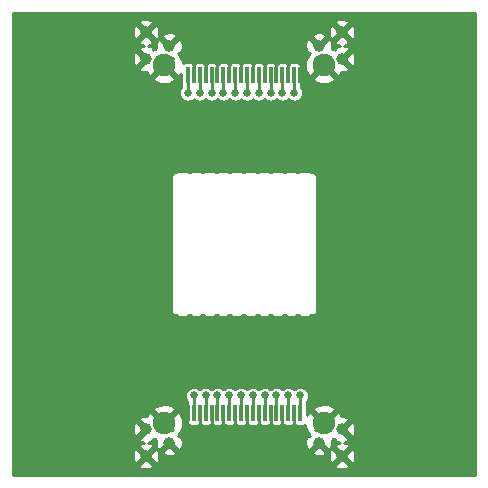
<source format=gbr>
G04 #@! TF.GenerationSoftware,KiCad,Pcbnew,(5.1.5)-3*
G04 #@! TF.CreationDate,2020-01-16T17:02:50-07:00*
G04 #@! TF.ProjectId,Igloo10,49676c6f-6f31-4302-9e6b-696361645f70,rev?*
G04 #@! TF.SameCoordinates,Original*
G04 #@! TF.FileFunction,Copper,L2,Bot*
G04 #@! TF.FilePolarity,Positive*
%FSLAX46Y46*%
G04 Gerber Fmt 4.6, Leading zero omitted, Abs format (unit mm)*
G04 Created by KiCad (PCBNEW (5.1.5)-3) date 2020-01-16 17:02:50*
%MOMM*%
%LPD*%
G04 APERTURE LIST*
%ADD10R,0.300000X1.350000*%
%ADD11R,0.300000X0.850000*%
%ADD12C,1.000000*%
%ADD13C,1.900000*%
%ADD14C,0.711000*%
%ADD15C,3.280000*%
%ADD16C,1.016000*%
%ADD17C,0.635000*%
%ADD18C,0.152400*%
%ADD19C,0.254000*%
G04 APERTURE END LIST*
D10*
X115620000Y-51175000D03*
D11*
X115620000Y-48100000D03*
D10*
X115120000Y-51175000D03*
D11*
X115120000Y-48100000D03*
D10*
X114620000Y-51175000D03*
D11*
X114620000Y-48100000D03*
D10*
X114120000Y-51175000D03*
D11*
X114120000Y-48100000D03*
D10*
X113620000Y-51175000D03*
D11*
X113620000Y-48100000D03*
D10*
X113120000Y-51175000D03*
D11*
X113120000Y-48100000D03*
D10*
X112620000Y-51175000D03*
D11*
X112620000Y-48100000D03*
D10*
X112120000Y-51175000D03*
D11*
X112120000Y-48100000D03*
D10*
X111620000Y-51175000D03*
D11*
X111620000Y-48100000D03*
D10*
X111120000Y-51175000D03*
D11*
X111120000Y-48100000D03*
D12*
X109545000Y-48675000D03*
X122195000Y-48675000D03*
X107570000Y-47550000D03*
X107570000Y-49800000D03*
X124170000Y-47550000D03*
X124170000Y-49800000D03*
D13*
X109120000Y-50350000D03*
X122620000Y-50350000D03*
D10*
X118120000Y-51175000D03*
D11*
X116620000Y-48100000D03*
X117620000Y-48100000D03*
D10*
X117620000Y-51175000D03*
D11*
X118120000Y-48100000D03*
D10*
X118620000Y-51175000D03*
X120120000Y-51175000D03*
D11*
X119620000Y-48100000D03*
D10*
X120620000Y-51175000D03*
D11*
X119120000Y-48100000D03*
D10*
X119120000Y-51175000D03*
X116620000Y-51175000D03*
X119620000Y-51175000D03*
D11*
X116120000Y-48100000D03*
D10*
X116120000Y-51175000D03*
D11*
X118620000Y-48100000D03*
X117120000Y-48100000D03*
D10*
X117120000Y-51175000D03*
D11*
X120120000Y-48100000D03*
X120620000Y-48100000D03*
D10*
X116120000Y-79795000D03*
D11*
X116120000Y-82870000D03*
D10*
X116620000Y-79795000D03*
D11*
X116620000Y-82870000D03*
D10*
X117120000Y-79795000D03*
D11*
X117120000Y-82870000D03*
D10*
X117620000Y-79795000D03*
D11*
X117620000Y-82870000D03*
D10*
X118120000Y-79795000D03*
D11*
X118120000Y-82870000D03*
D10*
X118620000Y-79795000D03*
D11*
X118620000Y-82870000D03*
D10*
X119120000Y-79795000D03*
D11*
X119120000Y-82870000D03*
D10*
X119620000Y-79795000D03*
D11*
X119620000Y-82870000D03*
D10*
X120120000Y-79795000D03*
D11*
X120120000Y-82870000D03*
D10*
X120620000Y-79795000D03*
D11*
X120620000Y-82870000D03*
D12*
X122195000Y-82295000D03*
X109545000Y-82295000D03*
X124170000Y-83420000D03*
X124170000Y-81170000D03*
X107570000Y-83420000D03*
X107570000Y-81170000D03*
D13*
X122620000Y-80620000D03*
X109120000Y-80620000D03*
D10*
X113620000Y-79795000D03*
D11*
X115120000Y-82870000D03*
X114120000Y-82870000D03*
D10*
X114120000Y-79795000D03*
D11*
X113620000Y-82870000D03*
D10*
X113120000Y-79795000D03*
X111620000Y-79795000D03*
D11*
X112120000Y-82870000D03*
D10*
X111120000Y-79795000D03*
D11*
X112620000Y-82870000D03*
D10*
X112620000Y-79795000D03*
X115120000Y-79795000D03*
X112120000Y-79795000D03*
D11*
X115620000Y-82870000D03*
D10*
X115620000Y-79795000D03*
D11*
X113120000Y-82870000D03*
X114620000Y-82870000D03*
D10*
X114620000Y-79795000D03*
D11*
X111620000Y-82870000D03*
X111120000Y-82870000D03*
D14*
X113573400Y-59220000D03*
X115870000Y-71720000D03*
X131110000Y-65470000D03*
X103130000Y-73090000D03*
D15*
X131110000Y-57850000D03*
X131110000Y-73090000D03*
X100630000Y-57850000D03*
D14*
X109155000Y-61470000D03*
X127870000Y-62470000D03*
X123585000Y-75470000D03*
X100630000Y-65470000D03*
X109155000Y-69470000D03*
X103870000Y-68470000D03*
X128610000Y-73130000D03*
X117020000Y-71710400D03*
X98130000Y-57850000D03*
X118173400Y-59220000D03*
X119323400Y-59220000D03*
X122585000Y-61470000D03*
X120473400Y-59220000D03*
X112420000Y-71720000D03*
X111273400Y-59220000D03*
X128610000Y-57830000D03*
D16*
X124585000Y-70470000D03*
D14*
X121620000Y-71710400D03*
X110123400Y-59220000D03*
X114720000Y-71720000D03*
X123585000Y-72470000D03*
X123585000Y-58470000D03*
X110120000Y-71720000D03*
X123585000Y-55470000D03*
X133610000Y-57870000D03*
X108155000Y-58470000D03*
X113570000Y-71720000D03*
X119320000Y-71710400D03*
X114723400Y-59220000D03*
D15*
X100630000Y-73090000D03*
D14*
X103130000Y-57850000D03*
X111270000Y-71720000D03*
X120470000Y-71710400D03*
X115873400Y-59220000D03*
D16*
X100630000Y-61850000D03*
D14*
X122585000Y-69470000D03*
X109155000Y-65560000D03*
X108155000Y-55470000D03*
X122585000Y-65480000D03*
X112423400Y-59220000D03*
X98130000Y-73090000D03*
X117023400Y-59220000D03*
X103870000Y-62470000D03*
X133610000Y-73090000D03*
X121623400Y-59220000D03*
X108155000Y-72470000D03*
X127870000Y-68470000D03*
X108155000Y-75470000D03*
X118170000Y-71720000D03*
D16*
X107155000Y-60470000D03*
X107155000Y-70390000D03*
X124585000Y-60470000D03*
X124585000Y-65470000D03*
X131110000Y-61850000D03*
X131110000Y-53850000D03*
X131110000Y-69090000D03*
X131110000Y-77090000D03*
X100630000Y-69090000D03*
X100630000Y-77090000D03*
X107155000Y-65470000D03*
X100630000Y-53850000D03*
D17*
X115120000Y-52675000D03*
X114120000Y-52675000D03*
X113120000Y-52675000D03*
X112120000Y-52675000D03*
X111120000Y-52675000D03*
X118120000Y-52675000D03*
X120120000Y-52675000D03*
X119120000Y-52675000D03*
X116120000Y-52675000D03*
X117120000Y-52675000D03*
X116620000Y-78295000D03*
X117620000Y-78295000D03*
X118620000Y-78295000D03*
X119620000Y-78295000D03*
X120620000Y-78295000D03*
X113620000Y-78295000D03*
X111620000Y-78295000D03*
X112620000Y-78295000D03*
X115620000Y-78295000D03*
X114620000Y-78295000D03*
D18*
X113120000Y-79795000D02*
X113120000Y-79647000D01*
X115120000Y-79795000D02*
X115120000Y-79661000D01*
D19*
X112120000Y-79795000D02*
X112120000Y-80737000D01*
X113120000Y-79795000D02*
X113120000Y-80724000D01*
X114120000Y-79795000D02*
X114120000Y-80724000D01*
X115120000Y-79795000D02*
X115120000Y-80724000D01*
X116120000Y-79795000D02*
X116120000Y-80737000D01*
X117120000Y-79795000D02*
X117120000Y-80724000D01*
X118120000Y-79795000D02*
X118120000Y-80733000D01*
X119120000Y-79795000D02*
X119120000Y-80734000D01*
X120120000Y-79795000D02*
X120120000Y-80733000D01*
X111620000Y-51175000D02*
X111620000Y-50244000D01*
X112620000Y-51175000D02*
X112620000Y-50248000D01*
X113620000Y-51175000D02*
X113620000Y-50232000D01*
X114620000Y-51175000D02*
X114620000Y-50246000D01*
X115620000Y-51175000D02*
X115620000Y-50236000D01*
X116620000Y-51175000D02*
X116620000Y-50239000D01*
X117620000Y-51175000D02*
X117620000Y-50243000D01*
X118620000Y-51175000D02*
X118620000Y-50248000D01*
X119620000Y-51175000D02*
X119620000Y-50237000D01*
X115120000Y-51175000D02*
X115120000Y-52675000D01*
X114120000Y-51175000D02*
X114120000Y-52675000D01*
X113120000Y-51175000D02*
X113120000Y-52675000D01*
X112120000Y-51175000D02*
X112120000Y-52675000D01*
X111120000Y-51175000D02*
X111120000Y-52675000D01*
X118120000Y-51175000D02*
X118120000Y-52675000D01*
X120120000Y-51175000D02*
X120120000Y-52675000D01*
X119120000Y-51175000D02*
X119120000Y-52675000D01*
X116120000Y-51175000D02*
X116120000Y-52675000D01*
X117120000Y-51175000D02*
X117120000Y-52675000D01*
X116620000Y-79795000D02*
X116620000Y-78295000D01*
X117620000Y-79795000D02*
X117620000Y-78295000D01*
X118620000Y-79795000D02*
X118620000Y-78295000D01*
X119620000Y-79795000D02*
X119620000Y-78295000D01*
X120620000Y-79795000D02*
X120620000Y-78295000D01*
X113620000Y-79795000D02*
X113620000Y-78295000D01*
X111620000Y-79795000D02*
X111620000Y-78295000D01*
X112620000Y-79795000D02*
X112620000Y-78295000D01*
X115620000Y-79795000D02*
X115620000Y-78295000D01*
X114620000Y-79795000D02*
X114620000Y-78295000D01*
G36*
X135418001Y-85018000D02*
G01*
X96322000Y-85018000D01*
X96322000Y-84198166D01*
X106971439Y-84198166D01*
X107006550Y-84411588D01*
X107210826Y-84502458D01*
X107428905Y-84551731D01*
X107652406Y-84557511D01*
X107872740Y-84519577D01*
X108081440Y-84439387D01*
X108133450Y-84411588D01*
X108168561Y-84198166D01*
X123571439Y-84198166D01*
X123606550Y-84411588D01*
X123810826Y-84502458D01*
X124028905Y-84551731D01*
X124252406Y-84557511D01*
X124472740Y-84519577D01*
X124681440Y-84439387D01*
X124733450Y-84411588D01*
X124768561Y-84198166D01*
X124170000Y-83599605D01*
X123571439Y-84198166D01*
X108168561Y-84198166D01*
X107570000Y-83599605D01*
X106971439Y-84198166D01*
X96322000Y-84198166D01*
X96322000Y-83502406D01*
X106432489Y-83502406D01*
X106470423Y-83722740D01*
X106550613Y-83931440D01*
X106578412Y-83983450D01*
X106791834Y-84018561D01*
X107390395Y-83420000D01*
X106791834Y-82821439D01*
X106578412Y-82856550D01*
X106487542Y-83060826D01*
X106438269Y-83278905D01*
X106432489Y-83502406D01*
X96322000Y-83502406D01*
X96322000Y-81252406D01*
X106432489Y-81252406D01*
X106470423Y-81472740D01*
X106550613Y-81681440D01*
X106578412Y-81733450D01*
X106791834Y-81768561D01*
X107390395Y-81170000D01*
X106791834Y-80571439D01*
X106578412Y-80606550D01*
X106487542Y-80810826D01*
X106438269Y-81028905D01*
X106432489Y-81252406D01*
X96322000Y-81252406D01*
X96322000Y-80391834D01*
X106971439Y-80391834D01*
X107570000Y-80990395D01*
X107571177Y-80989218D01*
X107571816Y-80993791D01*
X107670551Y-81277339D01*
X107584143Y-81363748D01*
X107570000Y-81349605D01*
X106971439Y-81948166D01*
X107006550Y-82161588D01*
X107210826Y-82252458D01*
X107405952Y-82296545D01*
X107267260Y-82320423D01*
X107058560Y-82400613D01*
X107006550Y-82428412D01*
X106971439Y-82641834D01*
X107570000Y-83240395D01*
X108168561Y-82641834D01*
X108133450Y-82428412D01*
X107929174Y-82337542D01*
X107734048Y-82293455D01*
X107872740Y-82269577D01*
X108081440Y-82189387D01*
X108133450Y-82161588D01*
X108168561Y-81948169D01*
X108286211Y-82065819D01*
X108345806Y-82006224D01*
X108436707Y-82050170D01*
X108413269Y-82153905D01*
X108407489Y-82377406D01*
X108445423Y-82597740D01*
X108525613Y-82806440D01*
X108551510Y-82854892D01*
X108348166Y-82821439D01*
X107749605Y-83420000D01*
X108348166Y-84018561D01*
X108561588Y-83983450D01*
X108652458Y-83779174D01*
X108701731Y-83561095D01*
X108707511Y-83337594D01*
X108669577Y-83117260D01*
X108652635Y-83073166D01*
X108946439Y-83073166D01*
X108981550Y-83286588D01*
X109185826Y-83377458D01*
X109403905Y-83426731D01*
X109627406Y-83432511D01*
X109847740Y-83394577D01*
X110056440Y-83314387D01*
X110108450Y-83286588D01*
X110143561Y-83073166D01*
X121596439Y-83073166D01*
X121631550Y-83286588D01*
X121835826Y-83377458D01*
X122053905Y-83426731D01*
X122277406Y-83432511D01*
X122497740Y-83394577D01*
X122706440Y-83314387D01*
X122758450Y-83286588D01*
X122793561Y-83073166D01*
X122195000Y-82474605D01*
X121596439Y-83073166D01*
X110143561Y-83073166D01*
X109545000Y-82474605D01*
X108946439Y-83073166D01*
X108652635Y-83073166D01*
X108589387Y-82908560D01*
X108563490Y-82860108D01*
X108766834Y-82893561D01*
X109365395Y-82295000D01*
X109351253Y-82280858D01*
X109459079Y-82173031D01*
X109493791Y-82168184D01*
X109591908Y-82134018D01*
X109738748Y-82280858D01*
X109724605Y-82295000D01*
X110323166Y-82893561D01*
X110536588Y-82858450D01*
X110627458Y-82654174D01*
X110676731Y-82436095D01*
X110682511Y-82212594D01*
X110644577Y-81992260D01*
X110564387Y-81783560D01*
X110536588Y-81731550D01*
X110323169Y-81696439D01*
X110440819Y-81578789D01*
X110355279Y-81493249D01*
X110479042Y-81450421D01*
X110614935Y-81169329D01*
X110693379Y-80867127D01*
X110711359Y-80555427D01*
X110668184Y-80246209D01*
X110565513Y-79951356D01*
X110479042Y-79789579D01*
X110219752Y-79699853D01*
X109299605Y-80620000D01*
X109888636Y-81209031D01*
X109686095Y-81163269D01*
X109478290Y-81157895D01*
X109120000Y-80799605D01*
X108704206Y-81215399D01*
X108707511Y-81087594D01*
X108673037Y-80887358D01*
X108940395Y-80620000D01*
X108020248Y-79699853D01*
X107760958Y-79789579D01*
X107641599Y-80036472D01*
X107487594Y-80032489D01*
X107267260Y-80070423D01*
X107058560Y-80150613D01*
X107006550Y-80178412D01*
X106971439Y-80391834D01*
X96322000Y-80391834D01*
X96322000Y-79520248D01*
X108199853Y-79520248D01*
X109120000Y-80440395D01*
X110040147Y-79520248D01*
X109950421Y-79260958D01*
X109669329Y-79125065D01*
X109367127Y-79046621D01*
X109055427Y-79028641D01*
X108746209Y-79071816D01*
X108451356Y-79174487D01*
X108289579Y-79260958D01*
X108199853Y-79520248D01*
X96322000Y-79520248D01*
X96322000Y-78221673D01*
X110875500Y-78221673D01*
X110875500Y-78368327D01*
X110904111Y-78512163D01*
X110960233Y-78647653D01*
X111041709Y-78769591D01*
X111066001Y-78793883D01*
X111066001Y-78980839D01*
X111049178Y-79036293D01*
X111040934Y-79120000D01*
X111040934Y-80470000D01*
X111049178Y-80553707D01*
X111073595Y-80634196D01*
X111113245Y-80708376D01*
X111166605Y-80773395D01*
X111231624Y-80826755D01*
X111305804Y-80866405D01*
X111386293Y-80890822D01*
X111470000Y-80899066D01*
X111770000Y-80899066D01*
X111853707Y-80890822D01*
X111934196Y-80866405D01*
X112008376Y-80826755D01*
X112073395Y-80773395D01*
X112120000Y-80716607D01*
X112166605Y-80773395D01*
X112231624Y-80826755D01*
X112305804Y-80866405D01*
X112386293Y-80890822D01*
X112470000Y-80899066D01*
X112770000Y-80899066D01*
X112853707Y-80890822D01*
X112934196Y-80866405D01*
X113008376Y-80826755D01*
X113073395Y-80773395D01*
X113120000Y-80716607D01*
X113166605Y-80773395D01*
X113231624Y-80826755D01*
X113305804Y-80866405D01*
X113386293Y-80890822D01*
X113470000Y-80899066D01*
X113770000Y-80899066D01*
X113853707Y-80890822D01*
X113934196Y-80866405D01*
X114008376Y-80826755D01*
X114073395Y-80773395D01*
X114120000Y-80716607D01*
X114166605Y-80773395D01*
X114231624Y-80826755D01*
X114305804Y-80866405D01*
X114386293Y-80890822D01*
X114470000Y-80899066D01*
X114770000Y-80899066D01*
X114853707Y-80890822D01*
X114934196Y-80866405D01*
X115008376Y-80826755D01*
X115073395Y-80773395D01*
X115120000Y-80716607D01*
X115166605Y-80773395D01*
X115231624Y-80826755D01*
X115305804Y-80866405D01*
X115386293Y-80890822D01*
X115470000Y-80899066D01*
X115770000Y-80899066D01*
X115853707Y-80890822D01*
X115934196Y-80866405D01*
X116008376Y-80826755D01*
X116073395Y-80773395D01*
X116120000Y-80716607D01*
X116166605Y-80773395D01*
X116231624Y-80826755D01*
X116305804Y-80866405D01*
X116386293Y-80890822D01*
X116470000Y-80899066D01*
X116770000Y-80899066D01*
X116853707Y-80890822D01*
X116934196Y-80866405D01*
X117008376Y-80826755D01*
X117073395Y-80773395D01*
X117120000Y-80716607D01*
X117166605Y-80773395D01*
X117231624Y-80826755D01*
X117305804Y-80866405D01*
X117386293Y-80890822D01*
X117470000Y-80899066D01*
X117770000Y-80899066D01*
X117853707Y-80890822D01*
X117934196Y-80866405D01*
X118008376Y-80826755D01*
X118073395Y-80773395D01*
X118120000Y-80716607D01*
X118166605Y-80773395D01*
X118231624Y-80826755D01*
X118305804Y-80866405D01*
X118386293Y-80890822D01*
X118470000Y-80899066D01*
X118770000Y-80899066D01*
X118853707Y-80890822D01*
X118934196Y-80866405D01*
X119008376Y-80826755D01*
X119073395Y-80773395D01*
X119120000Y-80716607D01*
X119166605Y-80773395D01*
X119231624Y-80826755D01*
X119305804Y-80866405D01*
X119386293Y-80890822D01*
X119470000Y-80899066D01*
X119770000Y-80899066D01*
X119853707Y-80890822D01*
X119934196Y-80866405D01*
X120008376Y-80826755D01*
X120073395Y-80773395D01*
X120120000Y-80716607D01*
X120166605Y-80773395D01*
X120231624Y-80826755D01*
X120305804Y-80866405D01*
X120386293Y-80890822D01*
X120470000Y-80899066D01*
X120770000Y-80899066D01*
X120853707Y-80890822D01*
X120934196Y-80866405D01*
X121008376Y-80826755D01*
X121044369Y-80797216D01*
X121071816Y-80993791D01*
X121174487Y-81288644D01*
X121260958Y-81450421D01*
X121384721Y-81493249D01*
X121299181Y-81578789D01*
X121416831Y-81696439D01*
X121203412Y-81731550D01*
X121112542Y-81935826D01*
X121063269Y-82153905D01*
X121057489Y-82377406D01*
X121095423Y-82597740D01*
X121175613Y-82806440D01*
X121203412Y-82858450D01*
X121416834Y-82893561D01*
X122015395Y-82295000D01*
X122001253Y-82280858D01*
X122147287Y-82134823D01*
X122276166Y-82168276D01*
X122388748Y-82280858D01*
X122374605Y-82295000D01*
X122973166Y-82893561D01*
X123176854Y-82860051D01*
X123087542Y-83060826D01*
X123038269Y-83278905D01*
X123032489Y-83502406D01*
X123070423Y-83722740D01*
X123150613Y-83931440D01*
X123178412Y-83983450D01*
X123391834Y-84018561D01*
X123990395Y-83420000D01*
X124349605Y-83420000D01*
X124948166Y-84018561D01*
X125161588Y-83983450D01*
X125252458Y-83779174D01*
X125301731Y-83561095D01*
X125307511Y-83337594D01*
X125269577Y-83117260D01*
X125189387Y-82908560D01*
X125161588Y-82856550D01*
X124948166Y-82821439D01*
X124349605Y-83420000D01*
X123990395Y-83420000D01*
X123391834Y-82821439D01*
X123188146Y-82854949D01*
X123277458Y-82654174D01*
X123326731Y-82436095D01*
X123332511Y-82212594D01*
X123305626Y-82056436D01*
X123396065Y-82008095D01*
X123453789Y-82065819D01*
X123571439Y-81948169D01*
X123606550Y-82161588D01*
X123810826Y-82252458D01*
X124005952Y-82296545D01*
X123867260Y-82320423D01*
X123658560Y-82400613D01*
X123606550Y-82428412D01*
X123571439Y-82641834D01*
X124170000Y-83240395D01*
X124768561Y-82641834D01*
X124733450Y-82428412D01*
X124529174Y-82337542D01*
X124334048Y-82293455D01*
X124472740Y-82269577D01*
X124681440Y-82189387D01*
X124733450Y-82161588D01*
X124768561Y-81948166D01*
X124170000Y-81349605D01*
X124155858Y-81363748D01*
X124064912Y-81272802D01*
X124114610Y-81170000D01*
X124349605Y-81170000D01*
X124948166Y-81768561D01*
X125161588Y-81733450D01*
X125252458Y-81529174D01*
X125301731Y-81311095D01*
X125307511Y-81087594D01*
X125269577Y-80867260D01*
X125189387Y-80658560D01*
X125161588Y-80606550D01*
X124948166Y-80571439D01*
X124349605Y-81170000D01*
X124114610Y-81170000D01*
X124114935Y-81169329D01*
X124163158Y-80983553D01*
X124170000Y-80990395D01*
X124768561Y-80391834D01*
X124733450Y-80178412D01*
X124529174Y-80087542D01*
X124311095Y-80038269D01*
X124093820Y-80032650D01*
X124065513Y-79951356D01*
X123979042Y-79789579D01*
X123719752Y-79699853D01*
X122799605Y-80620000D01*
X123069644Y-80890039D01*
X123038269Y-81028905D01*
X123033505Y-81213110D01*
X122620000Y-80799605D01*
X122258347Y-81161258D01*
X122112594Y-81157489D01*
X121892260Y-81195423D01*
X121847944Y-81212451D01*
X122440395Y-80620000D01*
X121520248Y-79699853D01*
X121260958Y-79789579D01*
X121199066Y-79917601D01*
X121199066Y-79520248D01*
X121699853Y-79520248D01*
X122620000Y-80440395D01*
X123540147Y-79520248D01*
X123450421Y-79260958D01*
X123169329Y-79125065D01*
X122867127Y-79046621D01*
X122555427Y-79028641D01*
X122246209Y-79071816D01*
X121951356Y-79174487D01*
X121789579Y-79260958D01*
X121699853Y-79520248D01*
X121199066Y-79520248D01*
X121199066Y-79120000D01*
X121190822Y-79036293D01*
X121174000Y-78980840D01*
X121174000Y-78793882D01*
X121198291Y-78769591D01*
X121279767Y-78647653D01*
X121335889Y-78512163D01*
X121364500Y-78368327D01*
X121364500Y-78221673D01*
X121335889Y-78077837D01*
X121279767Y-77942347D01*
X121198291Y-77820409D01*
X121094591Y-77716709D01*
X120972653Y-77635233D01*
X120837163Y-77579111D01*
X120693327Y-77550500D01*
X120546673Y-77550500D01*
X120402837Y-77579111D01*
X120267347Y-77635233D01*
X120145409Y-77716709D01*
X120120000Y-77742118D01*
X120094591Y-77716709D01*
X119972653Y-77635233D01*
X119837163Y-77579111D01*
X119693327Y-77550500D01*
X119546673Y-77550500D01*
X119402837Y-77579111D01*
X119267347Y-77635233D01*
X119145409Y-77716709D01*
X119120000Y-77742118D01*
X119094591Y-77716709D01*
X118972653Y-77635233D01*
X118837163Y-77579111D01*
X118693327Y-77550500D01*
X118546673Y-77550500D01*
X118402837Y-77579111D01*
X118267347Y-77635233D01*
X118145409Y-77716709D01*
X118120000Y-77742118D01*
X118094591Y-77716709D01*
X117972653Y-77635233D01*
X117837163Y-77579111D01*
X117693327Y-77550500D01*
X117546673Y-77550500D01*
X117402837Y-77579111D01*
X117267347Y-77635233D01*
X117145409Y-77716709D01*
X117120000Y-77742118D01*
X117094591Y-77716709D01*
X116972653Y-77635233D01*
X116837163Y-77579111D01*
X116693327Y-77550500D01*
X116546673Y-77550500D01*
X116402837Y-77579111D01*
X116267347Y-77635233D01*
X116145409Y-77716709D01*
X116120000Y-77742118D01*
X116094591Y-77716709D01*
X115972653Y-77635233D01*
X115837163Y-77579111D01*
X115693327Y-77550500D01*
X115546673Y-77550500D01*
X115402837Y-77579111D01*
X115267347Y-77635233D01*
X115145409Y-77716709D01*
X115120000Y-77742118D01*
X115094591Y-77716709D01*
X114972653Y-77635233D01*
X114837163Y-77579111D01*
X114693327Y-77550500D01*
X114546673Y-77550500D01*
X114402837Y-77579111D01*
X114267347Y-77635233D01*
X114145409Y-77716709D01*
X114120000Y-77742118D01*
X114094591Y-77716709D01*
X113972653Y-77635233D01*
X113837163Y-77579111D01*
X113693327Y-77550500D01*
X113546673Y-77550500D01*
X113402837Y-77579111D01*
X113267347Y-77635233D01*
X113145409Y-77716709D01*
X113120000Y-77742118D01*
X113094591Y-77716709D01*
X112972653Y-77635233D01*
X112837163Y-77579111D01*
X112693327Y-77550500D01*
X112546673Y-77550500D01*
X112402837Y-77579111D01*
X112267347Y-77635233D01*
X112145409Y-77716709D01*
X112120000Y-77742118D01*
X112094591Y-77716709D01*
X111972653Y-77635233D01*
X111837163Y-77579111D01*
X111693327Y-77550500D01*
X111546673Y-77550500D01*
X111402837Y-77579111D01*
X111267347Y-77635233D01*
X111145409Y-77716709D01*
X111041709Y-77820409D01*
X110960233Y-77942347D01*
X110904111Y-78077837D01*
X110875500Y-78221673D01*
X96322000Y-78221673D01*
X96322000Y-59755000D01*
X109700813Y-59755000D01*
X109703001Y-59777215D01*
X109703000Y-71162795D01*
X109700813Y-71185000D01*
X109709540Y-71273607D01*
X109735386Y-71358810D01*
X109777357Y-71437333D01*
X109833841Y-71506159D01*
X109902667Y-71562643D01*
X109981190Y-71604614D01*
X110066393Y-71630460D01*
X110155000Y-71639187D01*
X110177205Y-71637000D01*
X121562795Y-71637000D01*
X121585000Y-71639187D01*
X121607205Y-71637000D01*
X121673607Y-71630460D01*
X121758810Y-71604614D01*
X121837333Y-71562643D01*
X121906159Y-71506159D01*
X121962643Y-71437333D01*
X122004614Y-71358810D01*
X122030460Y-71273607D01*
X122039187Y-71185000D01*
X122037000Y-71162795D01*
X122037000Y-59777205D01*
X122039187Y-59755000D01*
X122030460Y-59666393D01*
X122004614Y-59581190D01*
X121962643Y-59502667D01*
X121906159Y-59433841D01*
X121837333Y-59377357D01*
X121758810Y-59335386D01*
X121673607Y-59309540D01*
X121607205Y-59303000D01*
X121585000Y-59300813D01*
X121562795Y-59303000D01*
X110177205Y-59303000D01*
X110155000Y-59300813D01*
X110132795Y-59303000D01*
X110066393Y-59309540D01*
X109981190Y-59335386D01*
X109902667Y-59377357D01*
X109833841Y-59433841D01*
X109777357Y-59502667D01*
X109735386Y-59581190D01*
X109709540Y-59666393D01*
X109700813Y-59755000D01*
X96322000Y-59755000D01*
X96322000Y-51449752D01*
X108199853Y-51449752D01*
X108289579Y-51709042D01*
X108570671Y-51844935D01*
X108872873Y-51923379D01*
X109184573Y-51941359D01*
X109493791Y-51898184D01*
X109788644Y-51795513D01*
X109950421Y-51709042D01*
X110040147Y-51449752D01*
X109120000Y-50529605D01*
X108199853Y-51449752D01*
X96322000Y-51449752D01*
X96322000Y-49882406D01*
X106432489Y-49882406D01*
X106470423Y-50102740D01*
X106550613Y-50311440D01*
X106578412Y-50363450D01*
X106791834Y-50398561D01*
X107390395Y-49800000D01*
X106791834Y-49201439D01*
X106578412Y-49236550D01*
X106487542Y-49440826D01*
X106438269Y-49658905D01*
X106432489Y-49882406D01*
X96322000Y-49882406D01*
X96322000Y-48328166D01*
X106971439Y-48328166D01*
X107006550Y-48541588D01*
X107210826Y-48632458D01*
X107405952Y-48676545D01*
X107267260Y-48700423D01*
X107058560Y-48780613D01*
X107006550Y-48808412D01*
X106971439Y-49021834D01*
X107570000Y-49620395D01*
X107584143Y-49606253D01*
X107675088Y-49697198D01*
X107625065Y-49800671D01*
X107576842Y-49986447D01*
X107570000Y-49979605D01*
X106971439Y-50578166D01*
X107006550Y-50791588D01*
X107210826Y-50882458D01*
X107428905Y-50931731D01*
X107646180Y-50937350D01*
X107674487Y-51018644D01*
X107760958Y-51180421D01*
X108020248Y-51270147D01*
X108940395Y-50350000D01*
X108670356Y-50079961D01*
X108701731Y-49941095D01*
X108706495Y-49756890D01*
X109120000Y-50170395D01*
X109481653Y-49808742D01*
X109627406Y-49812511D01*
X109847740Y-49774577D01*
X109892056Y-49757549D01*
X109299605Y-50350000D01*
X110219752Y-51270147D01*
X110479042Y-51180421D01*
X110540934Y-51052399D01*
X110540934Y-51850000D01*
X110549178Y-51933707D01*
X110566001Y-51989161D01*
X110566001Y-52176117D01*
X110541709Y-52200409D01*
X110460233Y-52322347D01*
X110404111Y-52457837D01*
X110375500Y-52601673D01*
X110375500Y-52748327D01*
X110404111Y-52892163D01*
X110460233Y-53027653D01*
X110541709Y-53149591D01*
X110645409Y-53253291D01*
X110767347Y-53334767D01*
X110902837Y-53390889D01*
X111046673Y-53419500D01*
X111193327Y-53419500D01*
X111337163Y-53390889D01*
X111472653Y-53334767D01*
X111594591Y-53253291D01*
X111620000Y-53227882D01*
X111645409Y-53253291D01*
X111767347Y-53334767D01*
X111902837Y-53390889D01*
X112046673Y-53419500D01*
X112193327Y-53419500D01*
X112337163Y-53390889D01*
X112472653Y-53334767D01*
X112594591Y-53253291D01*
X112620000Y-53227882D01*
X112645409Y-53253291D01*
X112767347Y-53334767D01*
X112902837Y-53390889D01*
X113046673Y-53419500D01*
X113193327Y-53419500D01*
X113337163Y-53390889D01*
X113472653Y-53334767D01*
X113594591Y-53253291D01*
X113620000Y-53227882D01*
X113645409Y-53253291D01*
X113767347Y-53334767D01*
X113902837Y-53390889D01*
X114046673Y-53419500D01*
X114193327Y-53419500D01*
X114337163Y-53390889D01*
X114472653Y-53334767D01*
X114594591Y-53253291D01*
X114620000Y-53227882D01*
X114645409Y-53253291D01*
X114767347Y-53334767D01*
X114902837Y-53390889D01*
X115046673Y-53419500D01*
X115193327Y-53419500D01*
X115337163Y-53390889D01*
X115472653Y-53334767D01*
X115594591Y-53253291D01*
X115620000Y-53227882D01*
X115645409Y-53253291D01*
X115767347Y-53334767D01*
X115902837Y-53390889D01*
X116046673Y-53419500D01*
X116193327Y-53419500D01*
X116337163Y-53390889D01*
X116472653Y-53334767D01*
X116594591Y-53253291D01*
X116620000Y-53227882D01*
X116645409Y-53253291D01*
X116767347Y-53334767D01*
X116902837Y-53390889D01*
X117046673Y-53419500D01*
X117193327Y-53419500D01*
X117337163Y-53390889D01*
X117472653Y-53334767D01*
X117594591Y-53253291D01*
X117620000Y-53227882D01*
X117645409Y-53253291D01*
X117767347Y-53334767D01*
X117902837Y-53390889D01*
X118046673Y-53419500D01*
X118193327Y-53419500D01*
X118337163Y-53390889D01*
X118472653Y-53334767D01*
X118594591Y-53253291D01*
X118620000Y-53227882D01*
X118645409Y-53253291D01*
X118767347Y-53334767D01*
X118902837Y-53390889D01*
X119046673Y-53419500D01*
X119193327Y-53419500D01*
X119337163Y-53390889D01*
X119472653Y-53334767D01*
X119594591Y-53253291D01*
X119620000Y-53227882D01*
X119645409Y-53253291D01*
X119767347Y-53334767D01*
X119902837Y-53390889D01*
X120046673Y-53419500D01*
X120193327Y-53419500D01*
X120337163Y-53390889D01*
X120472653Y-53334767D01*
X120594591Y-53253291D01*
X120698291Y-53149591D01*
X120779767Y-53027653D01*
X120835889Y-52892163D01*
X120864500Y-52748327D01*
X120864500Y-52601673D01*
X120835889Y-52457837D01*
X120779767Y-52322347D01*
X120698291Y-52200409D01*
X120674000Y-52176118D01*
X120674000Y-51989160D01*
X120690822Y-51933707D01*
X120699066Y-51850000D01*
X120699066Y-51449752D01*
X121699853Y-51449752D01*
X121789579Y-51709042D01*
X122070671Y-51844935D01*
X122372873Y-51923379D01*
X122684573Y-51941359D01*
X122993791Y-51898184D01*
X123288644Y-51795513D01*
X123450421Y-51709042D01*
X123540147Y-51449752D01*
X122620000Y-50529605D01*
X121699853Y-51449752D01*
X120699066Y-51449752D01*
X120699066Y-50500000D01*
X120690822Y-50416293D01*
X120690301Y-50414573D01*
X121028641Y-50414573D01*
X121071816Y-50723791D01*
X121174487Y-51018644D01*
X121260958Y-51180421D01*
X121520248Y-51270147D01*
X122440395Y-50350000D01*
X121851364Y-49760969D01*
X122053905Y-49806731D01*
X122261710Y-49812105D01*
X122620000Y-50170395D01*
X123035794Y-49754601D01*
X123032489Y-49882406D01*
X123066963Y-50082642D01*
X122799605Y-50350000D01*
X123719752Y-51270147D01*
X123979042Y-51180421D01*
X124098401Y-50933528D01*
X124252406Y-50937511D01*
X124472740Y-50899577D01*
X124681440Y-50819387D01*
X124733450Y-50791588D01*
X124768561Y-50578166D01*
X124170000Y-49979605D01*
X124168823Y-49980782D01*
X124168184Y-49976209D01*
X124106826Y-49800000D01*
X124349605Y-49800000D01*
X124948166Y-50398561D01*
X125161588Y-50363450D01*
X125252458Y-50159174D01*
X125301731Y-49941095D01*
X125307511Y-49717594D01*
X125269577Y-49497260D01*
X125189387Y-49288560D01*
X125161588Y-49236550D01*
X124948166Y-49201439D01*
X124349605Y-49800000D01*
X124106826Y-49800000D01*
X124069449Y-49692661D01*
X124155858Y-49606253D01*
X124170000Y-49620395D01*
X124768561Y-49021834D01*
X124733450Y-48808412D01*
X124529174Y-48717542D01*
X124334048Y-48673455D01*
X124472740Y-48649577D01*
X124681440Y-48569387D01*
X124733450Y-48541588D01*
X124768561Y-48328166D01*
X124170000Y-47729605D01*
X123571439Y-48328166D01*
X123606550Y-48541588D01*
X123810826Y-48632458D01*
X124005952Y-48676545D01*
X123867260Y-48700423D01*
X123658560Y-48780613D01*
X123606550Y-48808412D01*
X123571439Y-49021831D01*
X123453789Y-48904181D01*
X123394194Y-48963776D01*
X123303293Y-48919830D01*
X123326731Y-48816095D01*
X123332511Y-48592594D01*
X123294577Y-48372260D01*
X123214387Y-48163560D01*
X123188490Y-48115108D01*
X123391834Y-48148561D01*
X123990395Y-47550000D01*
X124349605Y-47550000D01*
X124948166Y-48148561D01*
X125161588Y-48113450D01*
X125252458Y-47909174D01*
X125301731Y-47691095D01*
X125307511Y-47467594D01*
X125269577Y-47247260D01*
X125189387Y-47038560D01*
X125161588Y-46986550D01*
X124948166Y-46951439D01*
X124349605Y-47550000D01*
X123990395Y-47550000D01*
X123391834Y-46951439D01*
X123178412Y-46986550D01*
X123087542Y-47190826D01*
X123038269Y-47408905D01*
X123032489Y-47632406D01*
X123070423Y-47852740D01*
X123150613Y-48061440D01*
X123176510Y-48109892D01*
X122973166Y-48076439D01*
X122374605Y-48675000D01*
X122388748Y-48689143D01*
X122280921Y-48796969D01*
X122246209Y-48801816D01*
X122148092Y-48835982D01*
X122001253Y-48689143D01*
X122015395Y-48675000D01*
X121416834Y-48076439D01*
X121203412Y-48111550D01*
X121112542Y-48315826D01*
X121063269Y-48533905D01*
X121057489Y-48757406D01*
X121095423Y-48977740D01*
X121175613Y-49186440D01*
X121203412Y-49238450D01*
X121416831Y-49273561D01*
X121299181Y-49391211D01*
X121384721Y-49476751D01*
X121260958Y-49519579D01*
X121125065Y-49800671D01*
X121046621Y-50102873D01*
X121028641Y-50414573D01*
X120690301Y-50414573D01*
X120666405Y-50335804D01*
X120626755Y-50261624D01*
X120573395Y-50196605D01*
X120508376Y-50143245D01*
X120434196Y-50103595D01*
X120353707Y-50079178D01*
X120270000Y-50070934D01*
X119970000Y-50070934D01*
X119886293Y-50079178D01*
X119805804Y-50103595D01*
X119731624Y-50143245D01*
X119666605Y-50196605D01*
X119620000Y-50253393D01*
X119573395Y-50196605D01*
X119508376Y-50143245D01*
X119434196Y-50103595D01*
X119353707Y-50079178D01*
X119270000Y-50070934D01*
X118970000Y-50070934D01*
X118886293Y-50079178D01*
X118805804Y-50103595D01*
X118731624Y-50143245D01*
X118666605Y-50196605D01*
X118620000Y-50253393D01*
X118573395Y-50196605D01*
X118508376Y-50143245D01*
X118434196Y-50103595D01*
X118353707Y-50079178D01*
X118270000Y-50070934D01*
X117970000Y-50070934D01*
X117886293Y-50079178D01*
X117805804Y-50103595D01*
X117731624Y-50143245D01*
X117666605Y-50196605D01*
X117620000Y-50253393D01*
X117573395Y-50196605D01*
X117508376Y-50143245D01*
X117434196Y-50103595D01*
X117353707Y-50079178D01*
X117270000Y-50070934D01*
X116970000Y-50070934D01*
X116886293Y-50079178D01*
X116805804Y-50103595D01*
X116731624Y-50143245D01*
X116666605Y-50196605D01*
X116620000Y-50253393D01*
X116573395Y-50196605D01*
X116508376Y-50143245D01*
X116434196Y-50103595D01*
X116353707Y-50079178D01*
X116270000Y-50070934D01*
X115970000Y-50070934D01*
X115886293Y-50079178D01*
X115805804Y-50103595D01*
X115731624Y-50143245D01*
X115666605Y-50196605D01*
X115620000Y-50253393D01*
X115573395Y-50196605D01*
X115508376Y-50143245D01*
X115434196Y-50103595D01*
X115353707Y-50079178D01*
X115270000Y-50070934D01*
X114970000Y-50070934D01*
X114886293Y-50079178D01*
X114805804Y-50103595D01*
X114731624Y-50143245D01*
X114666605Y-50196605D01*
X114620000Y-50253393D01*
X114573395Y-50196605D01*
X114508376Y-50143245D01*
X114434196Y-50103595D01*
X114353707Y-50079178D01*
X114270000Y-50070934D01*
X113970000Y-50070934D01*
X113886293Y-50079178D01*
X113805804Y-50103595D01*
X113731624Y-50143245D01*
X113666605Y-50196605D01*
X113620000Y-50253393D01*
X113573395Y-50196605D01*
X113508376Y-50143245D01*
X113434196Y-50103595D01*
X113353707Y-50079178D01*
X113270000Y-50070934D01*
X112970000Y-50070934D01*
X112886293Y-50079178D01*
X112805804Y-50103595D01*
X112731624Y-50143245D01*
X112666605Y-50196605D01*
X112620000Y-50253393D01*
X112573395Y-50196605D01*
X112508376Y-50143245D01*
X112434196Y-50103595D01*
X112353707Y-50079178D01*
X112270000Y-50070934D01*
X111970000Y-50070934D01*
X111886293Y-50079178D01*
X111805804Y-50103595D01*
X111731624Y-50143245D01*
X111666605Y-50196605D01*
X111620000Y-50253393D01*
X111573395Y-50196605D01*
X111508376Y-50143245D01*
X111434196Y-50103595D01*
X111353707Y-50079178D01*
X111270000Y-50070934D01*
X110970000Y-50070934D01*
X110886293Y-50079178D01*
X110805804Y-50103595D01*
X110731624Y-50143245D01*
X110695631Y-50172784D01*
X110668184Y-49976209D01*
X110565513Y-49681356D01*
X110479042Y-49519579D01*
X110355279Y-49476751D01*
X110440819Y-49391211D01*
X110323169Y-49273561D01*
X110536588Y-49238450D01*
X110627458Y-49034174D01*
X110676731Y-48816095D01*
X110682511Y-48592594D01*
X110644577Y-48372260D01*
X110564387Y-48163560D01*
X110536588Y-48111550D01*
X110323166Y-48076439D01*
X109724605Y-48675000D01*
X109738748Y-48689143D01*
X109592713Y-48835177D01*
X109463834Y-48801724D01*
X109351253Y-48689143D01*
X109365395Y-48675000D01*
X108766834Y-48076439D01*
X108563146Y-48109949D01*
X108652458Y-47909174D01*
X108655246Y-47896834D01*
X108946439Y-47896834D01*
X109545000Y-48495395D01*
X110143561Y-47896834D01*
X121596439Y-47896834D01*
X122195000Y-48495395D01*
X122793561Y-47896834D01*
X122758450Y-47683412D01*
X122554174Y-47592542D01*
X122336095Y-47543269D01*
X122112594Y-47537489D01*
X121892260Y-47575423D01*
X121683560Y-47655613D01*
X121631550Y-47683412D01*
X121596439Y-47896834D01*
X110143561Y-47896834D01*
X110108450Y-47683412D01*
X109904174Y-47592542D01*
X109686095Y-47543269D01*
X109462594Y-47537489D01*
X109242260Y-47575423D01*
X109033560Y-47655613D01*
X108981550Y-47683412D01*
X108946439Y-47896834D01*
X108655246Y-47896834D01*
X108701731Y-47691095D01*
X108707511Y-47467594D01*
X108669577Y-47247260D01*
X108589387Y-47038560D01*
X108561588Y-46986550D01*
X108348166Y-46951439D01*
X107749605Y-47550000D01*
X108348166Y-48148561D01*
X108551854Y-48115051D01*
X108462542Y-48315826D01*
X108413269Y-48533905D01*
X108407489Y-48757406D01*
X108434374Y-48913564D01*
X108343935Y-48961905D01*
X108286211Y-48904181D01*
X108168561Y-49021831D01*
X108133450Y-48808412D01*
X107929174Y-48717542D01*
X107734048Y-48673455D01*
X107872740Y-48649577D01*
X108081440Y-48569387D01*
X108133450Y-48541588D01*
X108168561Y-48328166D01*
X107570000Y-47729605D01*
X106971439Y-48328166D01*
X96322000Y-48328166D01*
X96322000Y-47632406D01*
X106432489Y-47632406D01*
X106470423Y-47852740D01*
X106550613Y-48061440D01*
X106578412Y-48113450D01*
X106791834Y-48148561D01*
X107390395Y-47550000D01*
X106791834Y-46951439D01*
X106578412Y-46986550D01*
X106487542Y-47190826D01*
X106438269Y-47408905D01*
X106432489Y-47632406D01*
X96322000Y-47632406D01*
X96322000Y-46771834D01*
X106971439Y-46771834D01*
X107570000Y-47370395D01*
X108168561Y-46771834D01*
X123571439Y-46771834D01*
X124170000Y-47370395D01*
X124768561Y-46771834D01*
X124733450Y-46558412D01*
X124529174Y-46467542D01*
X124311095Y-46418269D01*
X124087594Y-46412489D01*
X123867260Y-46450423D01*
X123658560Y-46530613D01*
X123606550Y-46558412D01*
X123571439Y-46771834D01*
X108168561Y-46771834D01*
X108133450Y-46558412D01*
X107929174Y-46467542D01*
X107711095Y-46418269D01*
X107487594Y-46412489D01*
X107267260Y-46450423D01*
X107058560Y-46530613D01*
X107006550Y-46558412D01*
X106971439Y-46771834D01*
X96322000Y-46771834D01*
X96322000Y-45922000D01*
X135418000Y-45922000D01*
X135418001Y-85018000D01*
G37*
X135418001Y-85018000D02*
X96322000Y-85018000D01*
X96322000Y-84198166D01*
X106971439Y-84198166D01*
X107006550Y-84411588D01*
X107210826Y-84502458D01*
X107428905Y-84551731D01*
X107652406Y-84557511D01*
X107872740Y-84519577D01*
X108081440Y-84439387D01*
X108133450Y-84411588D01*
X108168561Y-84198166D01*
X123571439Y-84198166D01*
X123606550Y-84411588D01*
X123810826Y-84502458D01*
X124028905Y-84551731D01*
X124252406Y-84557511D01*
X124472740Y-84519577D01*
X124681440Y-84439387D01*
X124733450Y-84411588D01*
X124768561Y-84198166D01*
X124170000Y-83599605D01*
X123571439Y-84198166D01*
X108168561Y-84198166D01*
X107570000Y-83599605D01*
X106971439Y-84198166D01*
X96322000Y-84198166D01*
X96322000Y-83502406D01*
X106432489Y-83502406D01*
X106470423Y-83722740D01*
X106550613Y-83931440D01*
X106578412Y-83983450D01*
X106791834Y-84018561D01*
X107390395Y-83420000D01*
X106791834Y-82821439D01*
X106578412Y-82856550D01*
X106487542Y-83060826D01*
X106438269Y-83278905D01*
X106432489Y-83502406D01*
X96322000Y-83502406D01*
X96322000Y-81252406D01*
X106432489Y-81252406D01*
X106470423Y-81472740D01*
X106550613Y-81681440D01*
X106578412Y-81733450D01*
X106791834Y-81768561D01*
X107390395Y-81170000D01*
X106791834Y-80571439D01*
X106578412Y-80606550D01*
X106487542Y-80810826D01*
X106438269Y-81028905D01*
X106432489Y-81252406D01*
X96322000Y-81252406D01*
X96322000Y-80391834D01*
X106971439Y-80391834D01*
X107570000Y-80990395D01*
X107571177Y-80989218D01*
X107571816Y-80993791D01*
X107670551Y-81277339D01*
X107584143Y-81363748D01*
X107570000Y-81349605D01*
X106971439Y-81948166D01*
X107006550Y-82161588D01*
X107210826Y-82252458D01*
X107405952Y-82296545D01*
X107267260Y-82320423D01*
X107058560Y-82400613D01*
X107006550Y-82428412D01*
X106971439Y-82641834D01*
X107570000Y-83240395D01*
X108168561Y-82641834D01*
X108133450Y-82428412D01*
X107929174Y-82337542D01*
X107734048Y-82293455D01*
X107872740Y-82269577D01*
X108081440Y-82189387D01*
X108133450Y-82161588D01*
X108168561Y-81948169D01*
X108286211Y-82065819D01*
X108345806Y-82006224D01*
X108436707Y-82050170D01*
X108413269Y-82153905D01*
X108407489Y-82377406D01*
X108445423Y-82597740D01*
X108525613Y-82806440D01*
X108551510Y-82854892D01*
X108348166Y-82821439D01*
X107749605Y-83420000D01*
X108348166Y-84018561D01*
X108561588Y-83983450D01*
X108652458Y-83779174D01*
X108701731Y-83561095D01*
X108707511Y-83337594D01*
X108669577Y-83117260D01*
X108652635Y-83073166D01*
X108946439Y-83073166D01*
X108981550Y-83286588D01*
X109185826Y-83377458D01*
X109403905Y-83426731D01*
X109627406Y-83432511D01*
X109847740Y-83394577D01*
X110056440Y-83314387D01*
X110108450Y-83286588D01*
X110143561Y-83073166D01*
X121596439Y-83073166D01*
X121631550Y-83286588D01*
X121835826Y-83377458D01*
X122053905Y-83426731D01*
X122277406Y-83432511D01*
X122497740Y-83394577D01*
X122706440Y-83314387D01*
X122758450Y-83286588D01*
X122793561Y-83073166D01*
X122195000Y-82474605D01*
X121596439Y-83073166D01*
X110143561Y-83073166D01*
X109545000Y-82474605D01*
X108946439Y-83073166D01*
X108652635Y-83073166D01*
X108589387Y-82908560D01*
X108563490Y-82860108D01*
X108766834Y-82893561D01*
X109365395Y-82295000D01*
X109351253Y-82280858D01*
X109459079Y-82173031D01*
X109493791Y-82168184D01*
X109591908Y-82134018D01*
X109738748Y-82280858D01*
X109724605Y-82295000D01*
X110323166Y-82893561D01*
X110536588Y-82858450D01*
X110627458Y-82654174D01*
X110676731Y-82436095D01*
X110682511Y-82212594D01*
X110644577Y-81992260D01*
X110564387Y-81783560D01*
X110536588Y-81731550D01*
X110323169Y-81696439D01*
X110440819Y-81578789D01*
X110355279Y-81493249D01*
X110479042Y-81450421D01*
X110614935Y-81169329D01*
X110693379Y-80867127D01*
X110711359Y-80555427D01*
X110668184Y-80246209D01*
X110565513Y-79951356D01*
X110479042Y-79789579D01*
X110219752Y-79699853D01*
X109299605Y-80620000D01*
X109888636Y-81209031D01*
X109686095Y-81163269D01*
X109478290Y-81157895D01*
X109120000Y-80799605D01*
X108704206Y-81215399D01*
X108707511Y-81087594D01*
X108673037Y-80887358D01*
X108940395Y-80620000D01*
X108020248Y-79699853D01*
X107760958Y-79789579D01*
X107641599Y-80036472D01*
X107487594Y-80032489D01*
X107267260Y-80070423D01*
X107058560Y-80150613D01*
X107006550Y-80178412D01*
X106971439Y-80391834D01*
X96322000Y-80391834D01*
X96322000Y-79520248D01*
X108199853Y-79520248D01*
X109120000Y-80440395D01*
X110040147Y-79520248D01*
X109950421Y-79260958D01*
X109669329Y-79125065D01*
X109367127Y-79046621D01*
X109055427Y-79028641D01*
X108746209Y-79071816D01*
X108451356Y-79174487D01*
X108289579Y-79260958D01*
X108199853Y-79520248D01*
X96322000Y-79520248D01*
X96322000Y-78221673D01*
X110875500Y-78221673D01*
X110875500Y-78368327D01*
X110904111Y-78512163D01*
X110960233Y-78647653D01*
X111041709Y-78769591D01*
X111066001Y-78793883D01*
X111066001Y-78980839D01*
X111049178Y-79036293D01*
X111040934Y-79120000D01*
X111040934Y-80470000D01*
X111049178Y-80553707D01*
X111073595Y-80634196D01*
X111113245Y-80708376D01*
X111166605Y-80773395D01*
X111231624Y-80826755D01*
X111305804Y-80866405D01*
X111386293Y-80890822D01*
X111470000Y-80899066D01*
X111770000Y-80899066D01*
X111853707Y-80890822D01*
X111934196Y-80866405D01*
X112008376Y-80826755D01*
X112073395Y-80773395D01*
X112120000Y-80716607D01*
X112166605Y-80773395D01*
X112231624Y-80826755D01*
X112305804Y-80866405D01*
X112386293Y-80890822D01*
X112470000Y-80899066D01*
X112770000Y-80899066D01*
X112853707Y-80890822D01*
X112934196Y-80866405D01*
X113008376Y-80826755D01*
X113073395Y-80773395D01*
X113120000Y-80716607D01*
X113166605Y-80773395D01*
X113231624Y-80826755D01*
X113305804Y-80866405D01*
X113386293Y-80890822D01*
X113470000Y-80899066D01*
X113770000Y-80899066D01*
X113853707Y-80890822D01*
X113934196Y-80866405D01*
X114008376Y-80826755D01*
X114073395Y-80773395D01*
X114120000Y-80716607D01*
X114166605Y-80773395D01*
X114231624Y-80826755D01*
X114305804Y-80866405D01*
X114386293Y-80890822D01*
X114470000Y-80899066D01*
X114770000Y-80899066D01*
X114853707Y-80890822D01*
X114934196Y-80866405D01*
X115008376Y-80826755D01*
X115073395Y-80773395D01*
X115120000Y-80716607D01*
X115166605Y-80773395D01*
X115231624Y-80826755D01*
X115305804Y-80866405D01*
X115386293Y-80890822D01*
X115470000Y-80899066D01*
X115770000Y-80899066D01*
X115853707Y-80890822D01*
X115934196Y-80866405D01*
X116008376Y-80826755D01*
X116073395Y-80773395D01*
X116120000Y-80716607D01*
X116166605Y-80773395D01*
X116231624Y-80826755D01*
X116305804Y-80866405D01*
X116386293Y-80890822D01*
X116470000Y-80899066D01*
X116770000Y-80899066D01*
X116853707Y-80890822D01*
X116934196Y-80866405D01*
X117008376Y-80826755D01*
X117073395Y-80773395D01*
X117120000Y-80716607D01*
X117166605Y-80773395D01*
X117231624Y-80826755D01*
X117305804Y-80866405D01*
X117386293Y-80890822D01*
X117470000Y-80899066D01*
X117770000Y-80899066D01*
X117853707Y-80890822D01*
X117934196Y-80866405D01*
X118008376Y-80826755D01*
X118073395Y-80773395D01*
X118120000Y-80716607D01*
X118166605Y-80773395D01*
X118231624Y-80826755D01*
X118305804Y-80866405D01*
X118386293Y-80890822D01*
X118470000Y-80899066D01*
X118770000Y-80899066D01*
X118853707Y-80890822D01*
X118934196Y-80866405D01*
X119008376Y-80826755D01*
X119073395Y-80773395D01*
X119120000Y-80716607D01*
X119166605Y-80773395D01*
X119231624Y-80826755D01*
X119305804Y-80866405D01*
X119386293Y-80890822D01*
X119470000Y-80899066D01*
X119770000Y-80899066D01*
X119853707Y-80890822D01*
X119934196Y-80866405D01*
X120008376Y-80826755D01*
X120073395Y-80773395D01*
X120120000Y-80716607D01*
X120166605Y-80773395D01*
X120231624Y-80826755D01*
X120305804Y-80866405D01*
X120386293Y-80890822D01*
X120470000Y-80899066D01*
X120770000Y-80899066D01*
X120853707Y-80890822D01*
X120934196Y-80866405D01*
X121008376Y-80826755D01*
X121044369Y-80797216D01*
X121071816Y-80993791D01*
X121174487Y-81288644D01*
X121260958Y-81450421D01*
X121384721Y-81493249D01*
X121299181Y-81578789D01*
X121416831Y-81696439D01*
X121203412Y-81731550D01*
X121112542Y-81935826D01*
X121063269Y-82153905D01*
X121057489Y-82377406D01*
X121095423Y-82597740D01*
X121175613Y-82806440D01*
X121203412Y-82858450D01*
X121416834Y-82893561D01*
X122015395Y-82295000D01*
X122001253Y-82280858D01*
X122147287Y-82134823D01*
X122276166Y-82168276D01*
X122388748Y-82280858D01*
X122374605Y-82295000D01*
X122973166Y-82893561D01*
X123176854Y-82860051D01*
X123087542Y-83060826D01*
X123038269Y-83278905D01*
X123032489Y-83502406D01*
X123070423Y-83722740D01*
X123150613Y-83931440D01*
X123178412Y-83983450D01*
X123391834Y-84018561D01*
X123990395Y-83420000D01*
X124349605Y-83420000D01*
X124948166Y-84018561D01*
X125161588Y-83983450D01*
X125252458Y-83779174D01*
X125301731Y-83561095D01*
X125307511Y-83337594D01*
X125269577Y-83117260D01*
X125189387Y-82908560D01*
X125161588Y-82856550D01*
X124948166Y-82821439D01*
X124349605Y-83420000D01*
X123990395Y-83420000D01*
X123391834Y-82821439D01*
X123188146Y-82854949D01*
X123277458Y-82654174D01*
X123326731Y-82436095D01*
X123332511Y-82212594D01*
X123305626Y-82056436D01*
X123396065Y-82008095D01*
X123453789Y-82065819D01*
X123571439Y-81948169D01*
X123606550Y-82161588D01*
X123810826Y-82252458D01*
X124005952Y-82296545D01*
X123867260Y-82320423D01*
X123658560Y-82400613D01*
X123606550Y-82428412D01*
X123571439Y-82641834D01*
X124170000Y-83240395D01*
X124768561Y-82641834D01*
X124733450Y-82428412D01*
X124529174Y-82337542D01*
X124334048Y-82293455D01*
X124472740Y-82269577D01*
X124681440Y-82189387D01*
X124733450Y-82161588D01*
X124768561Y-81948166D01*
X124170000Y-81349605D01*
X124155858Y-81363748D01*
X124064912Y-81272802D01*
X124114610Y-81170000D01*
X124349605Y-81170000D01*
X124948166Y-81768561D01*
X125161588Y-81733450D01*
X125252458Y-81529174D01*
X125301731Y-81311095D01*
X125307511Y-81087594D01*
X125269577Y-80867260D01*
X125189387Y-80658560D01*
X125161588Y-80606550D01*
X124948166Y-80571439D01*
X124349605Y-81170000D01*
X124114610Y-81170000D01*
X124114935Y-81169329D01*
X124163158Y-80983553D01*
X124170000Y-80990395D01*
X124768561Y-80391834D01*
X124733450Y-80178412D01*
X124529174Y-80087542D01*
X124311095Y-80038269D01*
X124093820Y-80032650D01*
X124065513Y-79951356D01*
X123979042Y-79789579D01*
X123719752Y-79699853D01*
X122799605Y-80620000D01*
X123069644Y-80890039D01*
X123038269Y-81028905D01*
X123033505Y-81213110D01*
X122620000Y-80799605D01*
X122258347Y-81161258D01*
X122112594Y-81157489D01*
X121892260Y-81195423D01*
X121847944Y-81212451D01*
X122440395Y-80620000D01*
X121520248Y-79699853D01*
X121260958Y-79789579D01*
X121199066Y-79917601D01*
X121199066Y-79520248D01*
X121699853Y-79520248D01*
X122620000Y-80440395D01*
X123540147Y-79520248D01*
X123450421Y-79260958D01*
X123169329Y-79125065D01*
X122867127Y-79046621D01*
X122555427Y-79028641D01*
X122246209Y-79071816D01*
X121951356Y-79174487D01*
X121789579Y-79260958D01*
X121699853Y-79520248D01*
X121199066Y-79520248D01*
X121199066Y-79120000D01*
X121190822Y-79036293D01*
X121174000Y-78980840D01*
X121174000Y-78793882D01*
X121198291Y-78769591D01*
X121279767Y-78647653D01*
X121335889Y-78512163D01*
X121364500Y-78368327D01*
X121364500Y-78221673D01*
X121335889Y-78077837D01*
X121279767Y-77942347D01*
X121198291Y-77820409D01*
X121094591Y-77716709D01*
X120972653Y-77635233D01*
X120837163Y-77579111D01*
X120693327Y-77550500D01*
X120546673Y-77550500D01*
X120402837Y-77579111D01*
X120267347Y-77635233D01*
X120145409Y-77716709D01*
X120120000Y-77742118D01*
X120094591Y-77716709D01*
X119972653Y-77635233D01*
X119837163Y-77579111D01*
X119693327Y-77550500D01*
X119546673Y-77550500D01*
X119402837Y-77579111D01*
X119267347Y-77635233D01*
X119145409Y-77716709D01*
X119120000Y-77742118D01*
X119094591Y-77716709D01*
X118972653Y-77635233D01*
X118837163Y-77579111D01*
X118693327Y-77550500D01*
X118546673Y-77550500D01*
X118402837Y-77579111D01*
X118267347Y-77635233D01*
X118145409Y-77716709D01*
X118120000Y-77742118D01*
X118094591Y-77716709D01*
X117972653Y-77635233D01*
X117837163Y-77579111D01*
X117693327Y-77550500D01*
X117546673Y-77550500D01*
X117402837Y-77579111D01*
X117267347Y-77635233D01*
X117145409Y-77716709D01*
X117120000Y-77742118D01*
X117094591Y-77716709D01*
X116972653Y-77635233D01*
X116837163Y-77579111D01*
X116693327Y-77550500D01*
X116546673Y-77550500D01*
X116402837Y-77579111D01*
X116267347Y-77635233D01*
X116145409Y-77716709D01*
X116120000Y-77742118D01*
X116094591Y-77716709D01*
X115972653Y-77635233D01*
X115837163Y-77579111D01*
X115693327Y-77550500D01*
X115546673Y-77550500D01*
X115402837Y-77579111D01*
X115267347Y-77635233D01*
X115145409Y-77716709D01*
X115120000Y-77742118D01*
X115094591Y-77716709D01*
X114972653Y-77635233D01*
X114837163Y-77579111D01*
X114693327Y-77550500D01*
X114546673Y-77550500D01*
X114402837Y-77579111D01*
X114267347Y-77635233D01*
X114145409Y-77716709D01*
X114120000Y-77742118D01*
X114094591Y-77716709D01*
X113972653Y-77635233D01*
X113837163Y-77579111D01*
X113693327Y-77550500D01*
X113546673Y-77550500D01*
X113402837Y-77579111D01*
X113267347Y-77635233D01*
X113145409Y-77716709D01*
X113120000Y-77742118D01*
X113094591Y-77716709D01*
X112972653Y-77635233D01*
X112837163Y-77579111D01*
X112693327Y-77550500D01*
X112546673Y-77550500D01*
X112402837Y-77579111D01*
X112267347Y-77635233D01*
X112145409Y-77716709D01*
X112120000Y-77742118D01*
X112094591Y-77716709D01*
X111972653Y-77635233D01*
X111837163Y-77579111D01*
X111693327Y-77550500D01*
X111546673Y-77550500D01*
X111402837Y-77579111D01*
X111267347Y-77635233D01*
X111145409Y-77716709D01*
X111041709Y-77820409D01*
X110960233Y-77942347D01*
X110904111Y-78077837D01*
X110875500Y-78221673D01*
X96322000Y-78221673D01*
X96322000Y-59755000D01*
X109700813Y-59755000D01*
X109703001Y-59777215D01*
X109703000Y-71162795D01*
X109700813Y-71185000D01*
X109709540Y-71273607D01*
X109735386Y-71358810D01*
X109777357Y-71437333D01*
X109833841Y-71506159D01*
X109902667Y-71562643D01*
X109981190Y-71604614D01*
X110066393Y-71630460D01*
X110155000Y-71639187D01*
X110177205Y-71637000D01*
X121562795Y-71637000D01*
X121585000Y-71639187D01*
X121607205Y-71637000D01*
X121673607Y-71630460D01*
X121758810Y-71604614D01*
X121837333Y-71562643D01*
X121906159Y-71506159D01*
X121962643Y-71437333D01*
X122004614Y-71358810D01*
X122030460Y-71273607D01*
X122039187Y-71185000D01*
X122037000Y-71162795D01*
X122037000Y-59777205D01*
X122039187Y-59755000D01*
X122030460Y-59666393D01*
X122004614Y-59581190D01*
X121962643Y-59502667D01*
X121906159Y-59433841D01*
X121837333Y-59377357D01*
X121758810Y-59335386D01*
X121673607Y-59309540D01*
X121607205Y-59303000D01*
X121585000Y-59300813D01*
X121562795Y-59303000D01*
X110177205Y-59303000D01*
X110155000Y-59300813D01*
X110132795Y-59303000D01*
X110066393Y-59309540D01*
X109981190Y-59335386D01*
X109902667Y-59377357D01*
X109833841Y-59433841D01*
X109777357Y-59502667D01*
X109735386Y-59581190D01*
X109709540Y-59666393D01*
X109700813Y-59755000D01*
X96322000Y-59755000D01*
X96322000Y-51449752D01*
X108199853Y-51449752D01*
X108289579Y-51709042D01*
X108570671Y-51844935D01*
X108872873Y-51923379D01*
X109184573Y-51941359D01*
X109493791Y-51898184D01*
X109788644Y-51795513D01*
X109950421Y-51709042D01*
X110040147Y-51449752D01*
X109120000Y-50529605D01*
X108199853Y-51449752D01*
X96322000Y-51449752D01*
X96322000Y-49882406D01*
X106432489Y-49882406D01*
X106470423Y-50102740D01*
X106550613Y-50311440D01*
X106578412Y-50363450D01*
X106791834Y-50398561D01*
X107390395Y-49800000D01*
X106791834Y-49201439D01*
X106578412Y-49236550D01*
X106487542Y-49440826D01*
X106438269Y-49658905D01*
X106432489Y-49882406D01*
X96322000Y-49882406D01*
X96322000Y-48328166D01*
X106971439Y-48328166D01*
X107006550Y-48541588D01*
X107210826Y-48632458D01*
X107405952Y-48676545D01*
X107267260Y-48700423D01*
X107058560Y-48780613D01*
X107006550Y-48808412D01*
X106971439Y-49021834D01*
X107570000Y-49620395D01*
X107584143Y-49606253D01*
X107675088Y-49697198D01*
X107625065Y-49800671D01*
X107576842Y-49986447D01*
X107570000Y-49979605D01*
X106971439Y-50578166D01*
X107006550Y-50791588D01*
X107210826Y-50882458D01*
X107428905Y-50931731D01*
X107646180Y-50937350D01*
X107674487Y-51018644D01*
X107760958Y-51180421D01*
X108020248Y-51270147D01*
X108940395Y-50350000D01*
X108670356Y-50079961D01*
X108701731Y-49941095D01*
X108706495Y-49756890D01*
X109120000Y-50170395D01*
X109481653Y-49808742D01*
X109627406Y-49812511D01*
X109847740Y-49774577D01*
X109892056Y-49757549D01*
X109299605Y-50350000D01*
X110219752Y-51270147D01*
X110479042Y-51180421D01*
X110540934Y-51052399D01*
X110540934Y-51850000D01*
X110549178Y-51933707D01*
X110566001Y-51989161D01*
X110566001Y-52176117D01*
X110541709Y-52200409D01*
X110460233Y-52322347D01*
X110404111Y-52457837D01*
X110375500Y-52601673D01*
X110375500Y-52748327D01*
X110404111Y-52892163D01*
X110460233Y-53027653D01*
X110541709Y-53149591D01*
X110645409Y-53253291D01*
X110767347Y-53334767D01*
X110902837Y-53390889D01*
X111046673Y-53419500D01*
X111193327Y-53419500D01*
X111337163Y-53390889D01*
X111472653Y-53334767D01*
X111594591Y-53253291D01*
X111620000Y-53227882D01*
X111645409Y-53253291D01*
X111767347Y-53334767D01*
X111902837Y-53390889D01*
X112046673Y-53419500D01*
X112193327Y-53419500D01*
X112337163Y-53390889D01*
X112472653Y-53334767D01*
X112594591Y-53253291D01*
X112620000Y-53227882D01*
X112645409Y-53253291D01*
X112767347Y-53334767D01*
X112902837Y-53390889D01*
X113046673Y-53419500D01*
X113193327Y-53419500D01*
X113337163Y-53390889D01*
X113472653Y-53334767D01*
X113594591Y-53253291D01*
X113620000Y-53227882D01*
X113645409Y-53253291D01*
X113767347Y-53334767D01*
X113902837Y-53390889D01*
X114046673Y-53419500D01*
X114193327Y-53419500D01*
X114337163Y-53390889D01*
X114472653Y-53334767D01*
X114594591Y-53253291D01*
X114620000Y-53227882D01*
X114645409Y-53253291D01*
X114767347Y-53334767D01*
X114902837Y-53390889D01*
X115046673Y-53419500D01*
X115193327Y-53419500D01*
X115337163Y-53390889D01*
X115472653Y-53334767D01*
X115594591Y-53253291D01*
X115620000Y-53227882D01*
X115645409Y-53253291D01*
X115767347Y-53334767D01*
X115902837Y-53390889D01*
X116046673Y-53419500D01*
X116193327Y-53419500D01*
X116337163Y-53390889D01*
X116472653Y-53334767D01*
X116594591Y-53253291D01*
X116620000Y-53227882D01*
X116645409Y-53253291D01*
X116767347Y-53334767D01*
X116902837Y-53390889D01*
X117046673Y-53419500D01*
X117193327Y-53419500D01*
X117337163Y-53390889D01*
X117472653Y-53334767D01*
X117594591Y-53253291D01*
X117620000Y-53227882D01*
X117645409Y-53253291D01*
X117767347Y-53334767D01*
X117902837Y-53390889D01*
X118046673Y-53419500D01*
X118193327Y-53419500D01*
X118337163Y-53390889D01*
X118472653Y-53334767D01*
X118594591Y-53253291D01*
X118620000Y-53227882D01*
X118645409Y-53253291D01*
X118767347Y-53334767D01*
X118902837Y-53390889D01*
X119046673Y-53419500D01*
X119193327Y-53419500D01*
X119337163Y-53390889D01*
X119472653Y-53334767D01*
X119594591Y-53253291D01*
X119620000Y-53227882D01*
X119645409Y-53253291D01*
X119767347Y-53334767D01*
X119902837Y-53390889D01*
X120046673Y-53419500D01*
X120193327Y-53419500D01*
X120337163Y-53390889D01*
X120472653Y-53334767D01*
X120594591Y-53253291D01*
X120698291Y-53149591D01*
X120779767Y-53027653D01*
X120835889Y-52892163D01*
X120864500Y-52748327D01*
X120864500Y-52601673D01*
X120835889Y-52457837D01*
X120779767Y-52322347D01*
X120698291Y-52200409D01*
X120674000Y-52176118D01*
X120674000Y-51989160D01*
X120690822Y-51933707D01*
X120699066Y-51850000D01*
X120699066Y-51449752D01*
X121699853Y-51449752D01*
X121789579Y-51709042D01*
X122070671Y-51844935D01*
X122372873Y-51923379D01*
X122684573Y-51941359D01*
X122993791Y-51898184D01*
X123288644Y-51795513D01*
X123450421Y-51709042D01*
X123540147Y-51449752D01*
X122620000Y-50529605D01*
X121699853Y-51449752D01*
X120699066Y-51449752D01*
X120699066Y-50500000D01*
X120690822Y-50416293D01*
X120690301Y-50414573D01*
X121028641Y-50414573D01*
X121071816Y-50723791D01*
X121174487Y-51018644D01*
X121260958Y-51180421D01*
X121520248Y-51270147D01*
X122440395Y-50350000D01*
X121851364Y-49760969D01*
X122053905Y-49806731D01*
X122261710Y-49812105D01*
X122620000Y-50170395D01*
X123035794Y-49754601D01*
X123032489Y-49882406D01*
X123066963Y-50082642D01*
X122799605Y-50350000D01*
X123719752Y-51270147D01*
X123979042Y-51180421D01*
X124098401Y-50933528D01*
X124252406Y-50937511D01*
X124472740Y-50899577D01*
X124681440Y-50819387D01*
X124733450Y-50791588D01*
X124768561Y-50578166D01*
X124170000Y-49979605D01*
X124168823Y-49980782D01*
X124168184Y-49976209D01*
X124106826Y-49800000D01*
X124349605Y-49800000D01*
X124948166Y-50398561D01*
X125161588Y-50363450D01*
X125252458Y-50159174D01*
X125301731Y-49941095D01*
X125307511Y-49717594D01*
X125269577Y-49497260D01*
X125189387Y-49288560D01*
X125161588Y-49236550D01*
X124948166Y-49201439D01*
X124349605Y-49800000D01*
X124106826Y-49800000D01*
X124069449Y-49692661D01*
X124155858Y-49606253D01*
X124170000Y-49620395D01*
X124768561Y-49021834D01*
X124733450Y-48808412D01*
X124529174Y-48717542D01*
X124334048Y-48673455D01*
X124472740Y-48649577D01*
X124681440Y-48569387D01*
X124733450Y-48541588D01*
X124768561Y-48328166D01*
X124170000Y-47729605D01*
X123571439Y-48328166D01*
X123606550Y-48541588D01*
X123810826Y-48632458D01*
X124005952Y-48676545D01*
X123867260Y-48700423D01*
X123658560Y-48780613D01*
X123606550Y-48808412D01*
X123571439Y-49021831D01*
X123453789Y-48904181D01*
X123394194Y-48963776D01*
X123303293Y-48919830D01*
X123326731Y-48816095D01*
X123332511Y-48592594D01*
X123294577Y-48372260D01*
X123214387Y-48163560D01*
X123188490Y-48115108D01*
X123391834Y-48148561D01*
X123990395Y-47550000D01*
X124349605Y-47550000D01*
X124948166Y-48148561D01*
X125161588Y-48113450D01*
X125252458Y-47909174D01*
X125301731Y-47691095D01*
X125307511Y-47467594D01*
X125269577Y-47247260D01*
X125189387Y-47038560D01*
X125161588Y-46986550D01*
X124948166Y-46951439D01*
X124349605Y-47550000D01*
X123990395Y-47550000D01*
X123391834Y-46951439D01*
X123178412Y-46986550D01*
X123087542Y-47190826D01*
X123038269Y-47408905D01*
X123032489Y-47632406D01*
X123070423Y-47852740D01*
X123150613Y-48061440D01*
X123176510Y-48109892D01*
X122973166Y-48076439D01*
X122374605Y-48675000D01*
X122388748Y-48689143D01*
X122280921Y-48796969D01*
X122246209Y-48801816D01*
X122148092Y-48835982D01*
X122001253Y-48689143D01*
X122015395Y-48675000D01*
X121416834Y-48076439D01*
X121203412Y-48111550D01*
X121112542Y-48315826D01*
X121063269Y-48533905D01*
X121057489Y-48757406D01*
X121095423Y-48977740D01*
X121175613Y-49186440D01*
X121203412Y-49238450D01*
X121416831Y-49273561D01*
X121299181Y-49391211D01*
X121384721Y-49476751D01*
X121260958Y-49519579D01*
X121125065Y-49800671D01*
X121046621Y-50102873D01*
X121028641Y-50414573D01*
X120690301Y-50414573D01*
X120666405Y-50335804D01*
X120626755Y-50261624D01*
X120573395Y-50196605D01*
X120508376Y-50143245D01*
X120434196Y-50103595D01*
X120353707Y-50079178D01*
X120270000Y-50070934D01*
X119970000Y-50070934D01*
X119886293Y-50079178D01*
X119805804Y-50103595D01*
X119731624Y-50143245D01*
X119666605Y-50196605D01*
X119620000Y-50253393D01*
X119573395Y-50196605D01*
X119508376Y-50143245D01*
X119434196Y-50103595D01*
X119353707Y-50079178D01*
X119270000Y-50070934D01*
X118970000Y-50070934D01*
X118886293Y-50079178D01*
X118805804Y-50103595D01*
X118731624Y-50143245D01*
X118666605Y-50196605D01*
X118620000Y-50253393D01*
X118573395Y-50196605D01*
X118508376Y-50143245D01*
X118434196Y-50103595D01*
X118353707Y-50079178D01*
X118270000Y-50070934D01*
X117970000Y-50070934D01*
X117886293Y-50079178D01*
X117805804Y-50103595D01*
X117731624Y-50143245D01*
X117666605Y-50196605D01*
X117620000Y-50253393D01*
X117573395Y-50196605D01*
X117508376Y-50143245D01*
X117434196Y-50103595D01*
X117353707Y-50079178D01*
X117270000Y-50070934D01*
X116970000Y-50070934D01*
X116886293Y-50079178D01*
X116805804Y-50103595D01*
X116731624Y-50143245D01*
X116666605Y-50196605D01*
X116620000Y-50253393D01*
X116573395Y-50196605D01*
X116508376Y-50143245D01*
X116434196Y-50103595D01*
X116353707Y-50079178D01*
X116270000Y-50070934D01*
X115970000Y-50070934D01*
X115886293Y-50079178D01*
X115805804Y-50103595D01*
X115731624Y-50143245D01*
X115666605Y-50196605D01*
X115620000Y-50253393D01*
X115573395Y-50196605D01*
X115508376Y-50143245D01*
X115434196Y-50103595D01*
X115353707Y-50079178D01*
X115270000Y-50070934D01*
X114970000Y-50070934D01*
X114886293Y-50079178D01*
X114805804Y-50103595D01*
X114731624Y-50143245D01*
X114666605Y-50196605D01*
X114620000Y-50253393D01*
X114573395Y-50196605D01*
X114508376Y-50143245D01*
X114434196Y-50103595D01*
X114353707Y-50079178D01*
X114270000Y-50070934D01*
X113970000Y-50070934D01*
X113886293Y-50079178D01*
X113805804Y-50103595D01*
X113731624Y-50143245D01*
X113666605Y-50196605D01*
X113620000Y-50253393D01*
X113573395Y-50196605D01*
X113508376Y-50143245D01*
X113434196Y-50103595D01*
X113353707Y-50079178D01*
X113270000Y-50070934D01*
X112970000Y-50070934D01*
X112886293Y-50079178D01*
X112805804Y-50103595D01*
X112731624Y-50143245D01*
X112666605Y-50196605D01*
X112620000Y-50253393D01*
X112573395Y-50196605D01*
X112508376Y-50143245D01*
X112434196Y-50103595D01*
X112353707Y-50079178D01*
X112270000Y-50070934D01*
X111970000Y-50070934D01*
X111886293Y-50079178D01*
X111805804Y-50103595D01*
X111731624Y-50143245D01*
X111666605Y-50196605D01*
X111620000Y-50253393D01*
X111573395Y-50196605D01*
X111508376Y-50143245D01*
X111434196Y-50103595D01*
X111353707Y-50079178D01*
X111270000Y-50070934D01*
X110970000Y-50070934D01*
X110886293Y-50079178D01*
X110805804Y-50103595D01*
X110731624Y-50143245D01*
X110695631Y-50172784D01*
X110668184Y-49976209D01*
X110565513Y-49681356D01*
X110479042Y-49519579D01*
X110355279Y-49476751D01*
X110440819Y-49391211D01*
X110323169Y-49273561D01*
X110536588Y-49238450D01*
X110627458Y-49034174D01*
X110676731Y-48816095D01*
X110682511Y-48592594D01*
X110644577Y-48372260D01*
X110564387Y-48163560D01*
X110536588Y-48111550D01*
X110323166Y-48076439D01*
X109724605Y-48675000D01*
X109738748Y-48689143D01*
X109592713Y-48835177D01*
X109463834Y-48801724D01*
X109351253Y-48689143D01*
X109365395Y-48675000D01*
X108766834Y-48076439D01*
X108563146Y-48109949D01*
X108652458Y-47909174D01*
X108655246Y-47896834D01*
X108946439Y-47896834D01*
X109545000Y-48495395D01*
X110143561Y-47896834D01*
X121596439Y-47896834D01*
X122195000Y-48495395D01*
X122793561Y-47896834D01*
X122758450Y-47683412D01*
X122554174Y-47592542D01*
X122336095Y-47543269D01*
X122112594Y-47537489D01*
X121892260Y-47575423D01*
X121683560Y-47655613D01*
X121631550Y-47683412D01*
X121596439Y-47896834D01*
X110143561Y-47896834D01*
X110108450Y-47683412D01*
X109904174Y-47592542D01*
X109686095Y-47543269D01*
X109462594Y-47537489D01*
X109242260Y-47575423D01*
X109033560Y-47655613D01*
X108981550Y-47683412D01*
X108946439Y-47896834D01*
X108655246Y-47896834D01*
X108701731Y-47691095D01*
X108707511Y-47467594D01*
X108669577Y-47247260D01*
X108589387Y-47038560D01*
X108561588Y-46986550D01*
X108348166Y-46951439D01*
X107749605Y-47550000D01*
X108348166Y-48148561D01*
X108551854Y-48115051D01*
X108462542Y-48315826D01*
X108413269Y-48533905D01*
X108407489Y-48757406D01*
X108434374Y-48913564D01*
X108343935Y-48961905D01*
X108286211Y-48904181D01*
X108168561Y-49021831D01*
X108133450Y-48808412D01*
X107929174Y-48717542D01*
X107734048Y-48673455D01*
X107872740Y-48649577D01*
X108081440Y-48569387D01*
X108133450Y-48541588D01*
X108168561Y-48328166D01*
X107570000Y-47729605D01*
X106971439Y-48328166D01*
X96322000Y-48328166D01*
X96322000Y-47632406D01*
X106432489Y-47632406D01*
X106470423Y-47852740D01*
X106550613Y-48061440D01*
X106578412Y-48113450D01*
X106791834Y-48148561D01*
X107390395Y-47550000D01*
X106791834Y-46951439D01*
X106578412Y-46986550D01*
X106487542Y-47190826D01*
X106438269Y-47408905D01*
X106432489Y-47632406D01*
X96322000Y-47632406D01*
X96322000Y-46771834D01*
X106971439Y-46771834D01*
X107570000Y-47370395D01*
X108168561Y-46771834D01*
X123571439Y-46771834D01*
X124170000Y-47370395D01*
X124768561Y-46771834D01*
X124733450Y-46558412D01*
X124529174Y-46467542D01*
X124311095Y-46418269D01*
X124087594Y-46412489D01*
X123867260Y-46450423D01*
X123658560Y-46530613D01*
X123606550Y-46558412D01*
X123571439Y-46771834D01*
X108168561Y-46771834D01*
X108133450Y-46558412D01*
X107929174Y-46467542D01*
X107711095Y-46418269D01*
X107487594Y-46412489D01*
X107267260Y-46450423D01*
X107058560Y-46530613D01*
X107006550Y-46558412D01*
X106971439Y-46771834D01*
X96322000Y-46771834D01*
X96322000Y-45922000D01*
X135418000Y-45922000D01*
X135418001Y-85018000D01*
M02*

</source>
